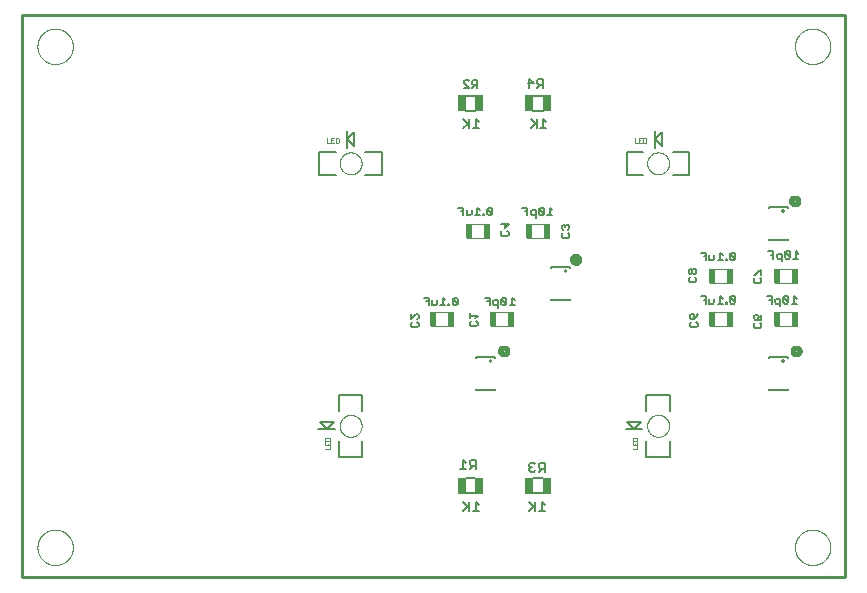
<source format=gbo>
G75*
%MOIN*%
%OFA0B0*%
%FSLAX25Y25*%
%IPPOS*%
%LPD*%
%AMOC8*
5,1,8,0,0,1.08239X$1,22.5*
%
%ADD10C,0.01000*%
%ADD11C,0.01600*%
%ADD12C,0.00000*%
%ADD13C,0.00400*%
%ADD14R,0.01969X0.05118*%
%ADD15C,0.00500*%
%ADD16C,0.00800*%
%ADD17C,0.00100*%
%ADD18C,0.00600*%
%ADD19R,0.02559X0.05512*%
D10*
X0028300Y0031800D02*
X0028300Y0219261D01*
X0302501Y0219261D01*
X0302501Y0031800D01*
X0028300Y0031800D01*
X0184109Y0103950D02*
X0184111Y0103973D01*
X0184117Y0103996D01*
X0184126Y0104017D01*
X0184139Y0104037D01*
X0184155Y0104054D01*
X0184173Y0104068D01*
X0184193Y0104079D01*
X0184215Y0104087D01*
X0184238Y0104091D01*
X0184262Y0104091D01*
X0184285Y0104087D01*
X0184307Y0104079D01*
X0184327Y0104068D01*
X0184345Y0104054D01*
X0184361Y0104037D01*
X0184374Y0104017D01*
X0184383Y0103996D01*
X0184389Y0103973D01*
X0184391Y0103950D01*
X0184389Y0103927D01*
X0184383Y0103904D01*
X0184374Y0103883D01*
X0184361Y0103863D01*
X0184345Y0103846D01*
X0184327Y0103832D01*
X0184307Y0103821D01*
X0184285Y0103813D01*
X0184262Y0103809D01*
X0184238Y0103809D01*
X0184215Y0103813D01*
X0184193Y0103821D01*
X0184173Y0103832D01*
X0184155Y0103846D01*
X0184139Y0103863D01*
X0184126Y0103883D01*
X0184117Y0103904D01*
X0184111Y0103927D01*
X0184109Y0103950D01*
X0209109Y0133950D02*
X0209111Y0133973D01*
X0209117Y0133996D01*
X0209126Y0134017D01*
X0209139Y0134037D01*
X0209155Y0134054D01*
X0209173Y0134068D01*
X0209193Y0134079D01*
X0209215Y0134087D01*
X0209238Y0134091D01*
X0209262Y0134091D01*
X0209285Y0134087D01*
X0209307Y0134079D01*
X0209327Y0134068D01*
X0209345Y0134054D01*
X0209361Y0134037D01*
X0209374Y0134017D01*
X0209383Y0133996D01*
X0209389Y0133973D01*
X0209391Y0133950D01*
X0209389Y0133927D01*
X0209383Y0133904D01*
X0209374Y0133883D01*
X0209361Y0133863D01*
X0209345Y0133846D01*
X0209327Y0133832D01*
X0209307Y0133821D01*
X0209285Y0133813D01*
X0209262Y0133809D01*
X0209238Y0133809D01*
X0209215Y0133813D01*
X0209193Y0133821D01*
X0209173Y0133832D01*
X0209155Y0133846D01*
X0209139Y0133863D01*
X0209126Y0133883D01*
X0209117Y0133904D01*
X0209111Y0133927D01*
X0209109Y0133950D01*
X0281609Y0153950D02*
X0281611Y0153973D01*
X0281617Y0153996D01*
X0281626Y0154017D01*
X0281639Y0154037D01*
X0281655Y0154054D01*
X0281673Y0154068D01*
X0281693Y0154079D01*
X0281715Y0154087D01*
X0281738Y0154091D01*
X0281762Y0154091D01*
X0281785Y0154087D01*
X0281807Y0154079D01*
X0281827Y0154068D01*
X0281845Y0154054D01*
X0281861Y0154037D01*
X0281874Y0154017D01*
X0281883Y0153996D01*
X0281889Y0153973D01*
X0281891Y0153950D01*
X0281889Y0153927D01*
X0281883Y0153904D01*
X0281874Y0153883D01*
X0281861Y0153863D01*
X0281845Y0153846D01*
X0281827Y0153832D01*
X0281807Y0153821D01*
X0281785Y0153813D01*
X0281762Y0153809D01*
X0281738Y0153809D01*
X0281715Y0153813D01*
X0281693Y0153821D01*
X0281673Y0153832D01*
X0281655Y0153846D01*
X0281639Y0153863D01*
X0281626Y0153883D01*
X0281617Y0153904D01*
X0281611Y0153927D01*
X0281609Y0153950D01*
X0281609Y0103950D02*
X0281611Y0103973D01*
X0281617Y0103996D01*
X0281626Y0104017D01*
X0281639Y0104037D01*
X0281655Y0104054D01*
X0281673Y0104068D01*
X0281693Y0104079D01*
X0281715Y0104087D01*
X0281738Y0104091D01*
X0281762Y0104091D01*
X0281785Y0104087D01*
X0281807Y0104079D01*
X0281827Y0104068D01*
X0281845Y0104054D01*
X0281861Y0104037D01*
X0281874Y0104017D01*
X0281883Y0103996D01*
X0281889Y0103973D01*
X0281891Y0103950D01*
X0281889Y0103927D01*
X0281883Y0103904D01*
X0281874Y0103883D01*
X0281861Y0103863D01*
X0281845Y0103846D01*
X0281827Y0103832D01*
X0281807Y0103821D01*
X0281785Y0103813D01*
X0281762Y0103809D01*
X0281738Y0103809D01*
X0281715Y0103813D01*
X0281693Y0103821D01*
X0281673Y0103832D01*
X0281655Y0103846D01*
X0281639Y0103863D01*
X0281626Y0103883D01*
X0281617Y0103904D01*
X0281611Y0103927D01*
X0281609Y0103950D01*
D11*
X0285182Y0107300D02*
X0285184Y0107366D01*
X0285190Y0107432D01*
X0285200Y0107498D01*
X0285213Y0107563D01*
X0285231Y0107627D01*
X0285252Y0107689D01*
X0285277Y0107751D01*
X0285305Y0107811D01*
X0285337Y0107869D01*
X0285373Y0107925D01*
X0285411Y0107978D01*
X0285453Y0108030D01*
X0285498Y0108079D01*
X0285545Y0108125D01*
X0285596Y0108168D01*
X0285648Y0108208D01*
X0285703Y0108245D01*
X0285760Y0108279D01*
X0285819Y0108309D01*
X0285880Y0108336D01*
X0285942Y0108359D01*
X0286005Y0108378D01*
X0286070Y0108394D01*
X0286135Y0108406D01*
X0286201Y0108414D01*
X0286267Y0108418D01*
X0286333Y0108418D01*
X0286399Y0108414D01*
X0286465Y0108406D01*
X0286530Y0108394D01*
X0286595Y0108378D01*
X0286658Y0108359D01*
X0286720Y0108336D01*
X0286781Y0108309D01*
X0286840Y0108279D01*
X0286897Y0108245D01*
X0286952Y0108208D01*
X0287004Y0108168D01*
X0287055Y0108125D01*
X0287102Y0108079D01*
X0287147Y0108030D01*
X0287189Y0107978D01*
X0287227Y0107925D01*
X0287263Y0107869D01*
X0287295Y0107811D01*
X0287323Y0107751D01*
X0287348Y0107689D01*
X0287369Y0107627D01*
X0287387Y0107563D01*
X0287400Y0107498D01*
X0287410Y0107432D01*
X0287416Y0107366D01*
X0287418Y0107300D01*
X0287416Y0107234D01*
X0287410Y0107168D01*
X0287400Y0107102D01*
X0287387Y0107037D01*
X0287369Y0106973D01*
X0287348Y0106911D01*
X0287323Y0106849D01*
X0287295Y0106789D01*
X0287263Y0106731D01*
X0287227Y0106675D01*
X0287189Y0106622D01*
X0287147Y0106570D01*
X0287102Y0106521D01*
X0287055Y0106475D01*
X0287004Y0106432D01*
X0286952Y0106392D01*
X0286897Y0106355D01*
X0286840Y0106321D01*
X0286781Y0106291D01*
X0286720Y0106264D01*
X0286658Y0106241D01*
X0286595Y0106222D01*
X0286530Y0106206D01*
X0286465Y0106194D01*
X0286399Y0106186D01*
X0286333Y0106182D01*
X0286267Y0106182D01*
X0286201Y0106186D01*
X0286135Y0106194D01*
X0286070Y0106206D01*
X0286005Y0106222D01*
X0285942Y0106241D01*
X0285880Y0106264D01*
X0285819Y0106291D01*
X0285760Y0106321D01*
X0285703Y0106355D01*
X0285648Y0106392D01*
X0285596Y0106432D01*
X0285545Y0106475D01*
X0285498Y0106521D01*
X0285453Y0106570D01*
X0285411Y0106622D01*
X0285373Y0106675D01*
X0285337Y0106731D01*
X0285305Y0106789D01*
X0285277Y0106849D01*
X0285252Y0106911D01*
X0285231Y0106973D01*
X0285213Y0107037D01*
X0285200Y0107102D01*
X0285190Y0107168D01*
X0285184Y0107234D01*
X0285182Y0107300D01*
X0284682Y0157300D02*
X0284684Y0157366D01*
X0284690Y0157432D01*
X0284700Y0157498D01*
X0284713Y0157563D01*
X0284731Y0157627D01*
X0284752Y0157689D01*
X0284777Y0157751D01*
X0284805Y0157811D01*
X0284837Y0157869D01*
X0284873Y0157925D01*
X0284911Y0157978D01*
X0284953Y0158030D01*
X0284998Y0158079D01*
X0285045Y0158125D01*
X0285096Y0158168D01*
X0285148Y0158208D01*
X0285203Y0158245D01*
X0285260Y0158279D01*
X0285319Y0158309D01*
X0285380Y0158336D01*
X0285442Y0158359D01*
X0285505Y0158378D01*
X0285570Y0158394D01*
X0285635Y0158406D01*
X0285701Y0158414D01*
X0285767Y0158418D01*
X0285833Y0158418D01*
X0285899Y0158414D01*
X0285965Y0158406D01*
X0286030Y0158394D01*
X0286095Y0158378D01*
X0286158Y0158359D01*
X0286220Y0158336D01*
X0286281Y0158309D01*
X0286340Y0158279D01*
X0286397Y0158245D01*
X0286452Y0158208D01*
X0286504Y0158168D01*
X0286555Y0158125D01*
X0286602Y0158079D01*
X0286647Y0158030D01*
X0286689Y0157978D01*
X0286727Y0157925D01*
X0286763Y0157869D01*
X0286795Y0157811D01*
X0286823Y0157751D01*
X0286848Y0157689D01*
X0286869Y0157627D01*
X0286887Y0157563D01*
X0286900Y0157498D01*
X0286910Y0157432D01*
X0286916Y0157366D01*
X0286918Y0157300D01*
X0286916Y0157234D01*
X0286910Y0157168D01*
X0286900Y0157102D01*
X0286887Y0157037D01*
X0286869Y0156973D01*
X0286848Y0156911D01*
X0286823Y0156849D01*
X0286795Y0156789D01*
X0286763Y0156731D01*
X0286727Y0156675D01*
X0286689Y0156622D01*
X0286647Y0156570D01*
X0286602Y0156521D01*
X0286555Y0156475D01*
X0286504Y0156432D01*
X0286452Y0156392D01*
X0286397Y0156355D01*
X0286340Y0156321D01*
X0286281Y0156291D01*
X0286220Y0156264D01*
X0286158Y0156241D01*
X0286095Y0156222D01*
X0286030Y0156206D01*
X0285965Y0156194D01*
X0285899Y0156186D01*
X0285833Y0156182D01*
X0285767Y0156182D01*
X0285701Y0156186D01*
X0285635Y0156194D01*
X0285570Y0156206D01*
X0285505Y0156222D01*
X0285442Y0156241D01*
X0285380Y0156264D01*
X0285319Y0156291D01*
X0285260Y0156321D01*
X0285203Y0156355D01*
X0285148Y0156392D01*
X0285096Y0156432D01*
X0285045Y0156475D01*
X0284998Y0156521D01*
X0284953Y0156570D01*
X0284911Y0156622D01*
X0284873Y0156675D01*
X0284837Y0156731D01*
X0284805Y0156789D01*
X0284777Y0156849D01*
X0284752Y0156911D01*
X0284731Y0156973D01*
X0284713Y0157037D01*
X0284700Y0157102D01*
X0284690Y0157168D01*
X0284684Y0157234D01*
X0284682Y0157300D01*
X0211682Y0137800D02*
X0211684Y0137866D01*
X0211690Y0137932D01*
X0211700Y0137998D01*
X0211713Y0138063D01*
X0211731Y0138127D01*
X0211752Y0138189D01*
X0211777Y0138251D01*
X0211805Y0138311D01*
X0211837Y0138369D01*
X0211873Y0138425D01*
X0211911Y0138478D01*
X0211953Y0138530D01*
X0211998Y0138579D01*
X0212045Y0138625D01*
X0212096Y0138668D01*
X0212148Y0138708D01*
X0212203Y0138745D01*
X0212260Y0138779D01*
X0212319Y0138809D01*
X0212380Y0138836D01*
X0212442Y0138859D01*
X0212505Y0138878D01*
X0212570Y0138894D01*
X0212635Y0138906D01*
X0212701Y0138914D01*
X0212767Y0138918D01*
X0212833Y0138918D01*
X0212899Y0138914D01*
X0212965Y0138906D01*
X0213030Y0138894D01*
X0213095Y0138878D01*
X0213158Y0138859D01*
X0213220Y0138836D01*
X0213281Y0138809D01*
X0213340Y0138779D01*
X0213397Y0138745D01*
X0213452Y0138708D01*
X0213504Y0138668D01*
X0213555Y0138625D01*
X0213602Y0138579D01*
X0213647Y0138530D01*
X0213689Y0138478D01*
X0213727Y0138425D01*
X0213763Y0138369D01*
X0213795Y0138311D01*
X0213823Y0138251D01*
X0213848Y0138189D01*
X0213869Y0138127D01*
X0213887Y0138063D01*
X0213900Y0137998D01*
X0213910Y0137932D01*
X0213916Y0137866D01*
X0213918Y0137800D01*
X0213916Y0137734D01*
X0213910Y0137668D01*
X0213900Y0137602D01*
X0213887Y0137537D01*
X0213869Y0137473D01*
X0213848Y0137411D01*
X0213823Y0137349D01*
X0213795Y0137289D01*
X0213763Y0137231D01*
X0213727Y0137175D01*
X0213689Y0137122D01*
X0213647Y0137070D01*
X0213602Y0137021D01*
X0213555Y0136975D01*
X0213504Y0136932D01*
X0213452Y0136892D01*
X0213397Y0136855D01*
X0213340Y0136821D01*
X0213281Y0136791D01*
X0213220Y0136764D01*
X0213158Y0136741D01*
X0213095Y0136722D01*
X0213030Y0136706D01*
X0212965Y0136694D01*
X0212899Y0136686D01*
X0212833Y0136682D01*
X0212767Y0136682D01*
X0212701Y0136686D01*
X0212635Y0136694D01*
X0212570Y0136706D01*
X0212505Y0136722D01*
X0212442Y0136741D01*
X0212380Y0136764D01*
X0212319Y0136791D01*
X0212260Y0136821D01*
X0212203Y0136855D01*
X0212148Y0136892D01*
X0212096Y0136932D01*
X0212045Y0136975D01*
X0211998Y0137021D01*
X0211953Y0137070D01*
X0211911Y0137122D01*
X0211873Y0137175D01*
X0211837Y0137231D01*
X0211805Y0137289D01*
X0211777Y0137349D01*
X0211752Y0137411D01*
X0211731Y0137473D01*
X0211713Y0137537D01*
X0211700Y0137602D01*
X0211690Y0137668D01*
X0211684Y0137734D01*
X0211682Y0137800D01*
X0187682Y0107300D02*
X0187684Y0107366D01*
X0187690Y0107432D01*
X0187700Y0107498D01*
X0187713Y0107563D01*
X0187731Y0107627D01*
X0187752Y0107689D01*
X0187777Y0107751D01*
X0187805Y0107811D01*
X0187837Y0107869D01*
X0187873Y0107925D01*
X0187911Y0107978D01*
X0187953Y0108030D01*
X0187998Y0108079D01*
X0188045Y0108125D01*
X0188096Y0108168D01*
X0188148Y0108208D01*
X0188203Y0108245D01*
X0188260Y0108279D01*
X0188319Y0108309D01*
X0188380Y0108336D01*
X0188442Y0108359D01*
X0188505Y0108378D01*
X0188570Y0108394D01*
X0188635Y0108406D01*
X0188701Y0108414D01*
X0188767Y0108418D01*
X0188833Y0108418D01*
X0188899Y0108414D01*
X0188965Y0108406D01*
X0189030Y0108394D01*
X0189095Y0108378D01*
X0189158Y0108359D01*
X0189220Y0108336D01*
X0189281Y0108309D01*
X0189340Y0108279D01*
X0189397Y0108245D01*
X0189452Y0108208D01*
X0189504Y0108168D01*
X0189555Y0108125D01*
X0189602Y0108079D01*
X0189647Y0108030D01*
X0189689Y0107978D01*
X0189727Y0107925D01*
X0189763Y0107869D01*
X0189795Y0107811D01*
X0189823Y0107751D01*
X0189848Y0107689D01*
X0189869Y0107627D01*
X0189887Y0107563D01*
X0189900Y0107498D01*
X0189910Y0107432D01*
X0189916Y0107366D01*
X0189918Y0107300D01*
X0189916Y0107234D01*
X0189910Y0107168D01*
X0189900Y0107102D01*
X0189887Y0107037D01*
X0189869Y0106973D01*
X0189848Y0106911D01*
X0189823Y0106849D01*
X0189795Y0106789D01*
X0189763Y0106731D01*
X0189727Y0106675D01*
X0189689Y0106622D01*
X0189647Y0106570D01*
X0189602Y0106521D01*
X0189555Y0106475D01*
X0189504Y0106432D01*
X0189452Y0106392D01*
X0189397Y0106355D01*
X0189340Y0106321D01*
X0189281Y0106291D01*
X0189220Y0106264D01*
X0189158Y0106241D01*
X0189095Y0106222D01*
X0189030Y0106206D01*
X0188965Y0106194D01*
X0188899Y0106186D01*
X0188833Y0106182D01*
X0188767Y0106182D01*
X0188701Y0106186D01*
X0188635Y0106194D01*
X0188570Y0106206D01*
X0188505Y0106222D01*
X0188442Y0106241D01*
X0188380Y0106264D01*
X0188319Y0106291D01*
X0188260Y0106321D01*
X0188203Y0106355D01*
X0188148Y0106392D01*
X0188096Y0106432D01*
X0188045Y0106475D01*
X0187998Y0106521D01*
X0187953Y0106570D01*
X0187911Y0106622D01*
X0187873Y0106675D01*
X0187837Y0106731D01*
X0187805Y0106789D01*
X0187777Y0106849D01*
X0187752Y0106911D01*
X0187731Y0106973D01*
X0187713Y0107037D01*
X0187700Y0107102D01*
X0187690Y0107168D01*
X0187684Y0107234D01*
X0187682Y0107300D01*
D12*
X0134150Y0082300D02*
X0134152Y0082421D01*
X0134158Y0082541D01*
X0134168Y0082662D01*
X0134182Y0082781D01*
X0134200Y0082901D01*
X0134222Y0083019D01*
X0134247Y0083137D01*
X0134277Y0083254D01*
X0134310Y0083370D01*
X0134348Y0083485D01*
X0134389Y0083599D01*
X0134434Y0083711D01*
X0134482Y0083821D01*
X0134534Y0083930D01*
X0134590Y0084037D01*
X0134649Y0084142D01*
X0134712Y0084246D01*
X0134778Y0084347D01*
X0134847Y0084445D01*
X0134920Y0084542D01*
X0134995Y0084636D01*
X0135074Y0084727D01*
X0135156Y0084816D01*
X0135240Y0084902D01*
X0135328Y0084985D01*
X0135418Y0085066D01*
X0135511Y0085143D01*
X0135606Y0085217D01*
X0135704Y0085288D01*
X0135804Y0085356D01*
X0135906Y0085420D01*
X0136010Y0085481D01*
X0136116Y0085538D01*
X0136224Y0085592D01*
X0136334Y0085643D01*
X0136445Y0085689D01*
X0136558Y0085732D01*
X0136672Y0085771D01*
X0136787Y0085807D01*
X0136904Y0085838D01*
X0137021Y0085866D01*
X0137140Y0085890D01*
X0137259Y0085910D01*
X0137378Y0085926D01*
X0137499Y0085938D01*
X0137619Y0085946D01*
X0137740Y0085950D01*
X0137860Y0085950D01*
X0137981Y0085946D01*
X0138101Y0085938D01*
X0138222Y0085926D01*
X0138341Y0085910D01*
X0138460Y0085890D01*
X0138579Y0085866D01*
X0138696Y0085838D01*
X0138813Y0085807D01*
X0138928Y0085771D01*
X0139042Y0085732D01*
X0139155Y0085689D01*
X0139266Y0085643D01*
X0139376Y0085592D01*
X0139484Y0085538D01*
X0139590Y0085481D01*
X0139694Y0085420D01*
X0139796Y0085356D01*
X0139896Y0085288D01*
X0139994Y0085217D01*
X0140089Y0085143D01*
X0140182Y0085066D01*
X0140272Y0084985D01*
X0140360Y0084902D01*
X0140444Y0084816D01*
X0140526Y0084727D01*
X0140605Y0084636D01*
X0140680Y0084542D01*
X0140753Y0084445D01*
X0140822Y0084347D01*
X0140888Y0084246D01*
X0140951Y0084142D01*
X0141010Y0084037D01*
X0141066Y0083930D01*
X0141118Y0083821D01*
X0141166Y0083711D01*
X0141211Y0083599D01*
X0141252Y0083485D01*
X0141290Y0083370D01*
X0141323Y0083254D01*
X0141353Y0083137D01*
X0141378Y0083019D01*
X0141400Y0082901D01*
X0141418Y0082781D01*
X0141432Y0082662D01*
X0141442Y0082541D01*
X0141448Y0082421D01*
X0141450Y0082300D01*
X0141448Y0082179D01*
X0141442Y0082059D01*
X0141432Y0081938D01*
X0141418Y0081819D01*
X0141400Y0081699D01*
X0141378Y0081581D01*
X0141353Y0081463D01*
X0141323Y0081346D01*
X0141290Y0081230D01*
X0141252Y0081115D01*
X0141211Y0081001D01*
X0141166Y0080889D01*
X0141118Y0080779D01*
X0141066Y0080670D01*
X0141010Y0080563D01*
X0140951Y0080458D01*
X0140888Y0080354D01*
X0140822Y0080253D01*
X0140753Y0080155D01*
X0140680Y0080058D01*
X0140605Y0079964D01*
X0140526Y0079873D01*
X0140444Y0079784D01*
X0140360Y0079698D01*
X0140272Y0079615D01*
X0140182Y0079534D01*
X0140089Y0079457D01*
X0139994Y0079383D01*
X0139896Y0079312D01*
X0139796Y0079244D01*
X0139694Y0079180D01*
X0139590Y0079119D01*
X0139484Y0079062D01*
X0139376Y0079008D01*
X0139266Y0078957D01*
X0139155Y0078911D01*
X0139042Y0078868D01*
X0138928Y0078829D01*
X0138813Y0078793D01*
X0138696Y0078762D01*
X0138579Y0078734D01*
X0138460Y0078710D01*
X0138341Y0078690D01*
X0138222Y0078674D01*
X0138101Y0078662D01*
X0137981Y0078654D01*
X0137860Y0078650D01*
X0137740Y0078650D01*
X0137619Y0078654D01*
X0137499Y0078662D01*
X0137378Y0078674D01*
X0137259Y0078690D01*
X0137140Y0078710D01*
X0137021Y0078734D01*
X0136904Y0078762D01*
X0136787Y0078793D01*
X0136672Y0078829D01*
X0136558Y0078868D01*
X0136445Y0078911D01*
X0136334Y0078957D01*
X0136224Y0079008D01*
X0136116Y0079062D01*
X0136010Y0079119D01*
X0135906Y0079180D01*
X0135804Y0079244D01*
X0135704Y0079312D01*
X0135606Y0079383D01*
X0135511Y0079457D01*
X0135418Y0079534D01*
X0135328Y0079615D01*
X0135240Y0079698D01*
X0135156Y0079784D01*
X0135074Y0079873D01*
X0134995Y0079964D01*
X0134920Y0080058D01*
X0134847Y0080155D01*
X0134778Y0080253D01*
X0134712Y0080354D01*
X0134649Y0080458D01*
X0134590Y0080563D01*
X0134534Y0080670D01*
X0134482Y0080779D01*
X0134434Y0080889D01*
X0134389Y0081001D01*
X0134348Y0081115D01*
X0134310Y0081230D01*
X0134277Y0081346D01*
X0134247Y0081463D01*
X0134222Y0081581D01*
X0134200Y0081699D01*
X0134182Y0081819D01*
X0134168Y0081938D01*
X0134158Y0082059D01*
X0134152Y0082179D01*
X0134150Y0082300D01*
X0033394Y0041800D02*
X0033396Y0041953D01*
X0033402Y0042107D01*
X0033412Y0042260D01*
X0033426Y0042412D01*
X0033444Y0042565D01*
X0033466Y0042716D01*
X0033491Y0042867D01*
X0033521Y0043018D01*
X0033555Y0043168D01*
X0033592Y0043316D01*
X0033633Y0043464D01*
X0033678Y0043610D01*
X0033727Y0043756D01*
X0033780Y0043900D01*
X0033836Y0044042D01*
X0033896Y0044183D01*
X0033960Y0044323D01*
X0034027Y0044461D01*
X0034098Y0044597D01*
X0034173Y0044731D01*
X0034250Y0044863D01*
X0034332Y0044993D01*
X0034416Y0045121D01*
X0034504Y0045247D01*
X0034595Y0045370D01*
X0034689Y0045491D01*
X0034787Y0045609D01*
X0034887Y0045725D01*
X0034991Y0045838D01*
X0035097Y0045949D01*
X0035206Y0046057D01*
X0035318Y0046162D01*
X0035432Y0046263D01*
X0035550Y0046362D01*
X0035669Y0046458D01*
X0035791Y0046551D01*
X0035916Y0046640D01*
X0036043Y0046727D01*
X0036172Y0046809D01*
X0036303Y0046889D01*
X0036436Y0046965D01*
X0036571Y0047038D01*
X0036708Y0047107D01*
X0036847Y0047172D01*
X0036987Y0047234D01*
X0037129Y0047292D01*
X0037272Y0047347D01*
X0037417Y0047398D01*
X0037563Y0047445D01*
X0037710Y0047488D01*
X0037858Y0047527D01*
X0038007Y0047563D01*
X0038157Y0047594D01*
X0038308Y0047622D01*
X0038459Y0047646D01*
X0038612Y0047666D01*
X0038764Y0047682D01*
X0038917Y0047694D01*
X0039070Y0047702D01*
X0039223Y0047706D01*
X0039377Y0047706D01*
X0039530Y0047702D01*
X0039683Y0047694D01*
X0039836Y0047682D01*
X0039988Y0047666D01*
X0040141Y0047646D01*
X0040292Y0047622D01*
X0040443Y0047594D01*
X0040593Y0047563D01*
X0040742Y0047527D01*
X0040890Y0047488D01*
X0041037Y0047445D01*
X0041183Y0047398D01*
X0041328Y0047347D01*
X0041471Y0047292D01*
X0041613Y0047234D01*
X0041753Y0047172D01*
X0041892Y0047107D01*
X0042029Y0047038D01*
X0042164Y0046965D01*
X0042297Y0046889D01*
X0042428Y0046809D01*
X0042557Y0046727D01*
X0042684Y0046640D01*
X0042809Y0046551D01*
X0042931Y0046458D01*
X0043050Y0046362D01*
X0043168Y0046263D01*
X0043282Y0046162D01*
X0043394Y0046057D01*
X0043503Y0045949D01*
X0043609Y0045838D01*
X0043713Y0045725D01*
X0043813Y0045609D01*
X0043911Y0045491D01*
X0044005Y0045370D01*
X0044096Y0045247D01*
X0044184Y0045121D01*
X0044268Y0044993D01*
X0044350Y0044863D01*
X0044427Y0044731D01*
X0044502Y0044597D01*
X0044573Y0044461D01*
X0044640Y0044323D01*
X0044704Y0044183D01*
X0044764Y0044042D01*
X0044820Y0043900D01*
X0044873Y0043756D01*
X0044922Y0043610D01*
X0044967Y0043464D01*
X0045008Y0043316D01*
X0045045Y0043168D01*
X0045079Y0043018D01*
X0045109Y0042867D01*
X0045134Y0042716D01*
X0045156Y0042565D01*
X0045174Y0042412D01*
X0045188Y0042260D01*
X0045198Y0042107D01*
X0045204Y0041953D01*
X0045206Y0041800D01*
X0045204Y0041647D01*
X0045198Y0041493D01*
X0045188Y0041340D01*
X0045174Y0041188D01*
X0045156Y0041035D01*
X0045134Y0040884D01*
X0045109Y0040733D01*
X0045079Y0040582D01*
X0045045Y0040432D01*
X0045008Y0040284D01*
X0044967Y0040136D01*
X0044922Y0039990D01*
X0044873Y0039844D01*
X0044820Y0039700D01*
X0044764Y0039558D01*
X0044704Y0039417D01*
X0044640Y0039277D01*
X0044573Y0039139D01*
X0044502Y0039003D01*
X0044427Y0038869D01*
X0044350Y0038737D01*
X0044268Y0038607D01*
X0044184Y0038479D01*
X0044096Y0038353D01*
X0044005Y0038230D01*
X0043911Y0038109D01*
X0043813Y0037991D01*
X0043713Y0037875D01*
X0043609Y0037762D01*
X0043503Y0037651D01*
X0043394Y0037543D01*
X0043282Y0037438D01*
X0043168Y0037337D01*
X0043050Y0037238D01*
X0042931Y0037142D01*
X0042809Y0037049D01*
X0042684Y0036960D01*
X0042557Y0036873D01*
X0042428Y0036791D01*
X0042297Y0036711D01*
X0042164Y0036635D01*
X0042029Y0036562D01*
X0041892Y0036493D01*
X0041753Y0036428D01*
X0041613Y0036366D01*
X0041471Y0036308D01*
X0041328Y0036253D01*
X0041183Y0036202D01*
X0041037Y0036155D01*
X0040890Y0036112D01*
X0040742Y0036073D01*
X0040593Y0036037D01*
X0040443Y0036006D01*
X0040292Y0035978D01*
X0040141Y0035954D01*
X0039988Y0035934D01*
X0039836Y0035918D01*
X0039683Y0035906D01*
X0039530Y0035898D01*
X0039377Y0035894D01*
X0039223Y0035894D01*
X0039070Y0035898D01*
X0038917Y0035906D01*
X0038764Y0035918D01*
X0038612Y0035934D01*
X0038459Y0035954D01*
X0038308Y0035978D01*
X0038157Y0036006D01*
X0038007Y0036037D01*
X0037858Y0036073D01*
X0037710Y0036112D01*
X0037563Y0036155D01*
X0037417Y0036202D01*
X0037272Y0036253D01*
X0037129Y0036308D01*
X0036987Y0036366D01*
X0036847Y0036428D01*
X0036708Y0036493D01*
X0036571Y0036562D01*
X0036436Y0036635D01*
X0036303Y0036711D01*
X0036172Y0036791D01*
X0036043Y0036873D01*
X0035916Y0036960D01*
X0035791Y0037049D01*
X0035669Y0037142D01*
X0035550Y0037238D01*
X0035432Y0037337D01*
X0035318Y0037438D01*
X0035206Y0037543D01*
X0035097Y0037651D01*
X0034991Y0037762D01*
X0034887Y0037875D01*
X0034787Y0037991D01*
X0034689Y0038109D01*
X0034595Y0038230D01*
X0034504Y0038353D01*
X0034416Y0038479D01*
X0034332Y0038607D01*
X0034250Y0038737D01*
X0034173Y0038869D01*
X0034098Y0039003D01*
X0034027Y0039139D01*
X0033960Y0039277D01*
X0033896Y0039417D01*
X0033836Y0039558D01*
X0033780Y0039700D01*
X0033727Y0039844D01*
X0033678Y0039990D01*
X0033633Y0040136D01*
X0033592Y0040284D01*
X0033555Y0040432D01*
X0033521Y0040582D01*
X0033491Y0040733D01*
X0033466Y0040884D01*
X0033444Y0041035D01*
X0033426Y0041188D01*
X0033412Y0041340D01*
X0033402Y0041493D01*
X0033396Y0041647D01*
X0033394Y0041800D01*
X0134150Y0169800D02*
X0134152Y0169921D01*
X0134158Y0170041D01*
X0134168Y0170162D01*
X0134182Y0170281D01*
X0134200Y0170401D01*
X0134222Y0170519D01*
X0134247Y0170637D01*
X0134277Y0170754D01*
X0134310Y0170870D01*
X0134348Y0170985D01*
X0134389Y0171099D01*
X0134434Y0171211D01*
X0134482Y0171321D01*
X0134534Y0171430D01*
X0134590Y0171537D01*
X0134649Y0171642D01*
X0134712Y0171746D01*
X0134778Y0171847D01*
X0134847Y0171945D01*
X0134920Y0172042D01*
X0134995Y0172136D01*
X0135074Y0172227D01*
X0135156Y0172316D01*
X0135240Y0172402D01*
X0135328Y0172485D01*
X0135418Y0172566D01*
X0135511Y0172643D01*
X0135606Y0172717D01*
X0135704Y0172788D01*
X0135804Y0172856D01*
X0135906Y0172920D01*
X0136010Y0172981D01*
X0136116Y0173038D01*
X0136224Y0173092D01*
X0136334Y0173143D01*
X0136445Y0173189D01*
X0136558Y0173232D01*
X0136672Y0173271D01*
X0136787Y0173307D01*
X0136904Y0173338D01*
X0137021Y0173366D01*
X0137140Y0173390D01*
X0137259Y0173410D01*
X0137378Y0173426D01*
X0137499Y0173438D01*
X0137619Y0173446D01*
X0137740Y0173450D01*
X0137860Y0173450D01*
X0137981Y0173446D01*
X0138101Y0173438D01*
X0138222Y0173426D01*
X0138341Y0173410D01*
X0138460Y0173390D01*
X0138579Y0173366D01*
X0138696Y0173338D01*
X0138813Y0173307D01*
X0138928Y0173271D01*
X0139042Y0173232D01*
X0139155Y0173189D01*
X0139266Y0173143D01*
X0139376Y0173092D01*
X0139484Y0173038D01*
X0139590Y0172981D01*
X0139694Y0172920D01*
X0139796Y0172856D01*
X0139896Y0172788D01*
X0139994Y0172717D01*
X0140089Y0172643D01*
X0140182Y0172566D01*
X0140272Y0172485D01*
X0140360Y0172402D01*
X0140444Y0172316D01*
X0140526Y0172227D01*
X0140605Y0172136D01*
X0140680Y0172042D01*
X0140753Y0171945D01*
X0140822Y0171847D01*
X0140888Y0171746D01*
X0140951Y0171642D01*
X0141010Y0171537D01*
X0141066Y0171430D01*
X0141118Y0171321D01*
X0141166Y0171211D01*
X0141211Y0171099D01*
X0141252Y0170985D01*
X0141290Y0170870D01*
X0141323Y0170754D01*
X0141353Y0170637D01*
X0141378Y0170519D01*
X0141400Y0170401D01*
X0141418Y0170281D01*
X0141432Y0170162D01*
X0141442Y0170041D01*
X0141448Y0169921D01*
X0141450Y0169800D01*
X0141448Y0169679D01*
X0141442Y0169559D01*
X0141432Y0169438D01*
X0141418Y0169319D01*
X0141400Y0169199D01*
X0141378Y0169081D01*
X0141353Y0168963D01*
X0141323Y0168846D01*
X0141290Y0168730D01*
X0141252Y0168615D01*
X0141211Y0168501D01*
X0141166Y0168389D01*
X0141118Y0168279D01*
X0141066Y0168170D01*
X0141010Y0168063D01*
X0140951Y0167958D01*
X0140888Y0167854D01*
X0140822Y0167753D01*
X0140753Y0167655D01*
X0140680Y0167558D01*
X0140605Y0167464D01*
X0140526Y0167373D01*
X0140444Y0167284D01*
X0140360Y0167198D01*
X0140272Y0167115D01*
X0140182Y0167034D01*
X0140089Y0166957D01*
X0139994Y0166883D01*
X0139896Y0166812D01*
X0139796Y0166744D01*
X0139694Y0166680D01*
X0139590Y0166619D01*
X0139484Y0166562D01*
X0139376Y0166508D01*
X0139266Y0166457D01*
X0139155Y0166411D01*
X0139042Y0166368D01*
X0138928Y0166329D01*
X0138813Y0166293D01*
X0138696Y0166262D01*
X0138579Y0166234D01*
X0138460Y0166210D01*
X0138341Y0166190D01*
X0138222Y0166174D01*
X0138101Y0166162D01*
X0137981Y0166154D01*
X0137860Y0166150D01*
X0137740Y0166150D01*
X0137619Y0166154D01*
X0137499Y0166162D01*
X0137378Y0166174D01*
X0137259Y0166190D01*
X0137140Y0166210D01*
X0137021Y0166234D01*
X0136904Y0166262D01*
X0136787Y0166293D01*
X0136672Y0166329D01*
X0136558Y0166368D01*
X0136445Y0166411D01*
X0136334Y0166457D01*
X0136224Y0166508D01*
X0136116Y0166562D01*
X0136010Y0166619D01*
X0135906Y0166680D01*
X0135804Y0166744D01*
X0135704Y0166812D01*
X0135606Y0166883D01*
X0135511Y0166957D01*
X0135418Y0167034D01*
X0135328Y0167115D01*
X0135240Y0167198D01*
X0135156Y0167284D01*
X0135074Y0167373D01*
X0134995Y0167464D01*
X0134920Y0167558D01*
X0134847Y0167655D01*
X0134778Y0167753D01*
X0134712Y0167854D01*
X0134649Y0167958D01*
X0134590Y0168063D01*
X0134534Y0168170D01*
X0134482Y0168279D01*
X0134434Y0168389D01*
X0134389Y0168501D01*
X0134348Y0168615D01*
X0134310Y0168730D01*
X0134277Y0168846D01*
X0134247Y0168963D01*
X0134222Y0169081D01*
X0134200Y0169199D01*
X0134182Y0169319D01*
X0134168Y0169438D01*
X0134158Y0169559D01*
X0134152Y0169679D01*
X0134150Y0169800D01*
X0033394Y0208800D02*
X0033396Y0208953D01*
X0033402Y0209107D01*
X0033412Y0209260D01*
X0033426Y0209412D01*
X0033444Y0209565D01*
X0033466Y0209716D01*
X0033491Y0209867D01*
X0033521Y0210018D01*
X0033555Y0210168D01*
X0033592Y0210316D01*
X0033633Y0210464D01*
X0033678Y0210610D01*
X0033727Y0210756D01*
X0033780Y0210900D01*
X0033836Y0211042D01*
X0033896Y0211183D01*
X0033960Y0211323D01*
X0034027Y0211461D01*
X0034098Y0211597D01*
X0034173Y0211731D01*
X0034250Y0211863D01*
X0034332Y0211993D01*
X0034416Y0212121D01*
X0034504Y0212247D01*
X0034595Y0212370D01*
X0034689Y0212491D01*
X0034787Y0212609D01*
X0034887Y0212725D01*
X0034991Y0212838D01*
X0035097Y0212949D01*
X0035206Y0213057D01*
X0035318Y0213162D01*
X0035432Y0213263D01*
X0035550Y0213362D01*
X0035669Y0213458D01*
X0035791Y0213551D01*
X0035916Y0213640D01*
X0036043Y0213727D01*
X0036172Y0213809D01*
X0036303Y0213889D01*
X0036436Y0213965D01*
X0036571Y0214038D01*
X0036708Y0214107D01*
X0036847Y0214172D01*
X0036987Y0214234D01*
X0037129Y0214292D01*
X0037272Y0214347D01*
X0037417Y0214398D01*
X0037563Y0214445D01*
X0037710Y0214488D01*
X0037858Y0214527D01*
X0038007Y0214563D01*
X0038157Y0214594D01*
X0038308Y0214622D01*
X0038459Y0214646D01*
X0038612Y0214666D01*
X0038764Y0214682D01*
X0038917Y0214694D01*
X0039070Y0214702D01*
X0039223Y0214706D01*
X0039377Y0214706D01*
X0039530Y0214702D01*
X0039683Y0214694D01*
X0039836Y0214682D01*
X0039988Y0214666D01*
X0040141Y0214646D01*
X0040292Y0214622D01*
X0040443Y0214594D01*
X0040593Y0214563D01*
X0040742Y0214527D01*
X0040890Y0214488D01*
X0041037Y0214445D01*
X0041183Y0214398D01*
X0041328Y0214347D01*
X0041471Y0214292D01*
X0041613Y0214234D01*
X0041753Y0214172D01*
X0041892Y0214107D01*
X0042029Y0214038D01*
X0042164Y0213965D01*
X0042297Y0213889D01*
X0042428Y0213809D01*
X0042557Y0213727D01*
X0042684Y0213640D01*
X0042809Y0213551D01*
X0042931Y0213458D01*
X0043050Y0213362D01*
X0043168Y0213263D01*
X0043282Y0213162D01*
X0043394Y0213057D01*
X0043503Y0212949D01*
X0043609Y0212838D01*
X0043713Y0212725D01*
X0043813Y0212609D01*
X0043911Y0212491D01*
X0044005Y0212370D01*
X0044096Y0212247D01*
X0044184Y0212121D01*
X0044268Y0211993D01*
X0044350Y0211863D01*
X0044427Y0211731D01*
X0044502Y0211597D01*
X0044573Y0211461D01*
X0044640Y0211323D01*
X0044704Y0211183D01*
X0044764Y0211042D01*
X0044820Y0210900D01*
X0044873Y0210756D01*
X0044922Y0210610D01*
X0044967Y0210464D01*
X0045008Y0210316D01*
X0045045Y0210168D01*
X0045079Y0210018D01*
X0045109Y0209867D01*
X0045134Y0209716D01*
X0045156Y0209565D01*
X0045174Y0209412D01*
X0045188Y0209260D01*
X0045198Y0209107D01*
X0045204Y0208953D01*
X0045206Y0208800D01*
X0045204Y0208647D01*
X0045198Y0208493D01*
X0045188Y0208340D01*
X0045174Y0208188D01*
X0045156Y0208035D01*
X0045134Y0207884D01*
X0045109Y0207733D01*
X0045079Y0207582D01*
X0045045Y0207432D01*
X0045008Y0207284D01*
X0044967Y0207136D01*
X0044922Y0206990D01*
X0044873Y0206844D01*
X0044820Y0206700D01*
X0044764Y0206558D01*
X0044704Y0206417D01*
X0044640Y0206277D01*
X0044573Y0206139D01*
X0044502Y0206003D01*
X0044427Y0205869D01*
X0044350Y0205737D01*
X0044268Y0205607D01*
X0044184Y0205479D01*
X0044096Y0205353D01*
X0044005Y0205230D01*
X0043911Y0205109D01*
X0043813Y0204991D01*
X0043713Y0204875D01*
X0043609Y0204762D01*
X0043503Y0204651D01*
X0043394Y0204543D01*
X0043282Y0204438D01*
X0043168Y0204337D01*
X0043050Y0204238D01*
X0042931Y0204142D01*
X0042809Y0204049D01*
X0042684Y0203960D01*
X0042557Y0203873D01*
X0042428Y0203791D01*
X0042297Y0203711D01*
X0042164Y0203635D01*
X0042029Y0203562D01*
X0041892Y0203493D01*
X0041753Y0203428D01*
X0041613Y0203366D01*
X0041471Y0203308D01*
X0041328Y0203253D01*
X0041183Y0203202D01*
X0041037Y0203155D01*
X0040890Y0203112D01*
X0040742Y0203073D01*
X0040593Y0203037D01*
X0040443Y0203006D01*
X0040292Y0202978D01*
X0040141Y0202954D01*
X0039988Y0202934D01*
X0039836Y0202918D01*
X0039683Y0202906D01*
X0039530Y0202898D01*
X0039377Y0202894D01*
X0039223Y0202894D01*
X0039070Y0202898D01*
X0038917Y0202906D01*
X0038764Y0202918D01*
X0038612Y0202934D01*
X0038459Y0202954D01*
X0038308Y0202978D01*
X0038157Y0203006D01*
X0038007Y0203037D01*
X0037858Y0203073D01*
X0037710Y0203112D01*
X0037563Y0203155D01*
X0037417Y0203202D01*
X0037272Y0203253D01*
X0037129Y0203308D01*
X0036987Y0203366D01*
X0036847Y0203428D01*
X0036708Y0203493D01*
X0036571Y0203562D01*
X0036436Y0203635D01*
X0036303Y0203711D01*
X0036172Y0203791D01*
X0036043Y0203873D01*
X0035916Y0203960D01*
X0035791Y0204049D01*
X0035669Y0204142D01*
X0035550Y0204238D01*
X0035432Y0204337D01*
X0035318Y0204438D01*
X0035206Y0204543D01*
X0035097Y0204651D01*
X0034991Y0204762D01*
X0034887Y0204875D01*
X0034787Y0204991D01*
X0034689Y0205109D01*
X0034595Y0205230D01*
X0034504Y0205353D01*
X0034416Y0205479D01*
X0034332Y0205607D01*
X0034250Y0205737D01*
X0034173Y0205869D01*
X0034098Y0206003D01*
X0034027Y0206139D01*
X0033960Y0206277D01*
X0033896Y0206417D01*
X0033836Y0206558D01*
X0033780Y0206700D01*
X0033727Y0206844D01*
X0033678Y0206990D01*
X0033633Y0207136D01*
X0033592Y0207284D01*
X0033555Y0207432D01*
X0033521Y0207582D01*
X0033491Y0207733D01*
X0033466Y0207884D01*
X0033444Y0208035D01*
X0033426Y0208188D01*
X0033412Y0208340D01*
X0033402Y0208493D01*
X0033396Y0208647D01*
X0033394Y0208800D01*
X0236650Y0169800D02*
X0236652Y0169921D01*
X0236658Y0170041D01*
X0236668Y0170162D01*
X0236682Y0170281D01*
X0236700Y0170401D01*
X0236722Y0170519D01*
X0236747Y0170637D01*
X0236777Y0170754D01*
X0236810Y0170870D01*
X0236848Y0170985D01*
X0236889Y0171099D01*
X0236934Y0171211D01*
X0236982Y0171321D01*
X0237034Y0171430D01*
X0237090Y0171537D01*
X0237149Y0171642D01*
X0237212Y0171746D01*
X0237278Y0171847D01*
X0237347Y0171945D01*
X0237420Y0172042D01*
X0237495Y0172136D01*
X0237574Y0172227D01*
X0237656Y0172316D01*
X0237740Y0172402D01*
X0237828Y0172485D01*
X0237918Y0172566D01*
X0238011Y0172643D01*
X0238106Y0172717D01*
X0238204Y0172788D01*
X0238304Y0172856D01*
X0238406Y0172920D01*
X0238510Y0172981D01*
X0238616Y0173038D01*
X0238724Y0173092D01*
X0238834Y0173143D01*
X0238945Y0173189D01*
X0239058Y0173232D01*
X0239172Y0173271D01*
X0239287Y0173307D01*
X0239404Y0173338D01*
X0239521Y0173366D01*
X0239640Y0173390D01*
X0239759Y0173410D01*
X0239878Y0173426D01*
X0239999Y0173438D01*
X0240119Y0173446D01*
X0240240Y0173450D01*
X0240360Y0173450D01*
X0240481Y0173446D01*
X0240601Y0173438D01*
X0240722Y0173426D01*
X0240841Y0173410D01*
X0240960Y0173390D01*
X0241079Y0173366D01*
X0241196Y0173338D01*
X0241313Y0173307D01*
X0241428Y0173271D01*
X0241542Y0173232D01*
X0241655Y0173189D01*
X0241766Y0173143D01*
X0241876Y0173092D01*
X0241984Y0173038D01*
X0242090Y0172981D01*
X0242194Y0172920D01*
X0242296Y0172856D01*
X0242396Y0172788D01*
X0242494Y0172717D01*
X0242589Y0172643D01*
X0242682Y0172566D01*
X0242772Y0172485D01*
X0242860Y0172402D01*
X0242944Y0172316D01*
X0243026Y0172227D01*
X0243105Y0172136D01*
X0243180Y0172042D01*
X0243253Y0171945D01*
X0243322Y0171847D01*
X0243388Y0171746D01*
X0243451Y0171642D01*
X0243510Y0171537D01*
X0243566Y0171430D01*
X0243618Y0171321D01*
X0243666Y0171211D01*
X0243711Y0171099D01*
X0243752Y0170985D01*
X0243790Y0170870D01*
X0243823Y0170754D01*
X0243853Y0170637D01*
X0243878Y0170519D01*
X0243900Y0170401D01*
X0243918Y0170281D01*
X0243932Y0170162D01*
X0243942Y0170041D01*
X0243948Y0169921D01*
X0243950Y0169800D01*
X0243948Y0169679D01*
X0243942Y0169559D01*
X0243932Y0169438D01*
X0243918Y0169319D01*
X0243900Y0169199D01*
X0243878Y0169081D01*
X0243853Y0168963D01*
X0243823Y0168846D01*
X0243790Y0168730D01*
X0243752Y0168615D01*
X0243711Y0168501D01*
X0243666Y0168389D01*
X0243618Y0168279D01*
X0243566Y0168170D01*
X0243510Y0168063D01*
X0243451Y0167958D01*
X0243388Y0167854D01*
X0243322Y0167753D01*
X0243253Y0167655D01*
X0243180Y0167558D01*
X0243105Y0167464D01*
X0243026Y0167373D01*
X0242944Y0167284D01*
X0242860Y0167198D01*
X0242772Y0167115D01*
X0242682Y0167034D01*
X0242589Y0166957D01*
X0242494Y0166883D01*
X0242396Y0166812D01*
X0242296Y0166744D01*
X0242194Y0166680D01*
X0242090Y0166619D01*
X0241984Y0166562D01*
X0241876Y0166508D01*
X0241766Y0166457D01*
X0241655Y0166411D01*
X0241542Y0166368D01*
X0241428Y0166329D01*
X0241313Y0166293D01*
X0241196Y0166262D01*
X0241079Y0166234D01*
X0240960Y0166210D01*
X0240841Y0166190D01*
X0240722Y0166174D01*
X0240601Y0166162D01*
X0240481Y0166154D01*
X0240360Y0166150D01*
X0240240Y0166150D01*
X0240119Y0166154D01*
X0239999Y0166162D01*
X0239878Y0166174D01*
X0239759Y0166190D01*
X0239640Y0166210D01*
X0239521Y0166234D01*
X0239404Y0166262D01*
X0239287Y0166293D01*
X0239172Y0166329D01*
X0239058Y0166368D01*
X0238945Y0166411D01*
X0238834Y0166457D01*
X0238724Y0166508D01*
X0238616Y0166562D01*
X0238510Y0166619D01*
X0238406Y0166680D01*
X0238304Y0166744D01*
X0238204Y0166812D01*
X0238106Y0166883D01*
X0238011Y0166957D01*
X0237918Y0167034D01*
X0237828Y0167115D01*
X0237740Y0167198D01*
X0237656Y0167284D01*
X0237574Y0167373D01*
X0237495Y0167464D01*
X0237420Y0167558D01*
X0237347Y0167655D01*
X0237278Y0167753D01*
X0237212Y0167854D01*
X0237149Y0167958D01*
X0237090Y0168063D01*
X0237034Y0168170D01*
X0236982Y0168279D01*
X0236934Y0168389D01*
X0236889Y0168501D01*
X0236848Y0168615D01*
X0236810Y0168730D01*
X0236777Y0168846D01*
X0236747Y0168963D01*
X0236722Y0169081D01*
X0236700Y0169199D01*
X0236682Y0169319D01*
X0236668Y0169438D01*
X0236658Y0169559D01*
X0236652Y0169679D01*
X0236650Y0169800D01*
X0285894Y0208800D02*
X0285896Y0208953D01*
X0285902Y0209107D01*
X0285912Y0209260D01*
X0285926Y0209412D01*
X0285944Y0209565D01*
X0285966Y0209716D01*
X0285991Y0209867D01*
X0286021Y0210018D01*
X0286055Y0210168D01*
X0286092Y0210316D01*
X0286133Y0210464D01*
X0286178Y0210610D01*
X0286227Y0210756D01*
X0286280Y0210900D01*
X0286336Y0211042D01*
X0286396Y0211183D01*
X0286460Y0211323D01*
X0286527Y0211461D01*
X0286598Y0211597D01*
X0286673Y0211731D01*
X0286750Y0211863D01*
X0286832Y0211993D01*
X0286916Y0212121D01*
X0287004Y0212247D01*
X0287095Y0212370D01*
X0287189Y0212491D01*
X0287287Y0212609D01*
X0287387Y0212725D01*
X0287491Y0212838D01*
X0287597Y0212949D01*
X0287706Y0213057D01*
X0287818Y0213162D01*
X0287932Y0213263D01*
X0288050Y0213362D01*
X0288169Y0213458D01*
X0288291Y0213551D01*
X0288416Y0213640D01*
X0288543Y0213727D01*
X0288672Y0213809D01*
X0288803Y0213889D01*
X0288936Y0213965D01*
X0289071Y0214038D01*
X0289208Y0214107D01*
X0289347Y0214172D01*
X0289487Y0214234D01*
X0289629Y0214292D01*
X0289772Y0214347D01*
X0289917Y0214398D01*
X0290063Y0214445D01*
X0290210Y0214488D01*
X0290358Y0214527D01*
X0290507Y0214563D01*
X0290657Y0214594D01*
X0290808Y0214622D01*
X0290959Y0214646D01*
X0291112Y0214666D01*
X0291264Y0214682D01*
X0291417Y0214694D01*
X0291570Y0214702D01*
X0291723Y0214706D01*
X0291877Y0214706D01*
X0292030Y0214702D01*
X0292183Y0214694D01*
X0292336Y0214682D01*
X0292488Y0214666D01*
X0292641Y0214646D01*
X0292792Y0214622D01*
X0292943Y0214594D01*
X0293093Y0214563D01*
X0293242Y0214527D01*
X0293390Y0214488D01*
X0293537Y0214445D01*
X0293683Y0214398D01*
X0293828Y0214347D01*
X0293971Y0214292D01*
X0294113Y0214234D01*
X0294253Y0214172D01*
X0294392Y0214107D01*
X0294529Y0214038D01*
X0294664Y0213965D01*
X0294797Y0213889D01*
X0294928Y0213809D01*
X0295057Y0213727D01*
X0295184Y0213640D01*
X0295309Y0213551D01*
X0295431Y0213458D01*
X0295550Y0213362D01*
X0295668Y0213263D01*
X0295782Y0213162D01*
X0295894Y0213057D01*
X0296003Y0212949D01*
X0296109Y0212838D01*
X0296213Y0212725D01*
X0296313Y0212609D01*
X0296411Y0212491D01*
X0296505Y0212370D01*
X0296596Y0212247D01*
X0296684Y0212121D01*
X0296768Y0211993D01*
X0296850Y0211863D01*
X0296927Y0211731D01*
X0297002Y0211597D01*
X0297073Y0211461D01*
X0297140Y0211323D01*
X0297204Y0211183D01*
X0297264Y0211042D01*
X0297320Y0210900D01*
X0297373Y0210756D01*
X0297422Y0210610D01*
X0297467Y0210464D01*
X0297508Y0210316D01*
X0297545Y0210168D01*
X0297579Y0210018D01*
X0297609Y0209867D01*
X0297634Y0209716D01*
X0297656Y0209565D01*
X0297674Y0209412D01*
X0297688Y0209260D01*
X0297698Y0209107D01*
X0297704Y0208953D01*
X0297706Y0208800D01*
X0297704Y0208647D01*
X0297698Y0208493D01*
X0297688Y0208340D01*
X0297674Y0208188D01*
X0297656Y0208035D01*
X0297634Y0207884D01*
X0297609Y0207733D01*
X0297579Y0207582D01*
X0297545Y0207432D01*
X0297508Y0207284D01*
X0297467Y0207136D01*
X0297422Y0206990D01*
X0297373Y0206844D01*
X0297320Y0206700D01*
X0297264Y0206558D01*
X0297204Y0206417D01*
X0297140Y0206277D01*
X0297073Y0206139D01*
X0297002Y0206003D01*
X0296927Y0205869D01*
X0296850Y0205737D01*
X0296768Y0205607D01*
X0296684Y0205479D01*
X0296596Y0205353D01*
X0296505Y0205230D01*
X0296411Y0205109D01*
X0296313Y0204991D01*
X0296213Y0204875D01*
X0296109Y0204762D01*
X0296003Y0204651D01*
X0295894Y0204543D01*
X0295782Y0204438D01*
X0295668Y0204337D01*
X0295550Y0204238D01*
X0295431Y0204142D01*
X0295309Y0204049D01*
X0295184Y0203960D01*
X0295057Y0203873D01*
X0294928Y0203791D01*
X0294797Y0203711D01*
X0294664Y0203635D01*
X0294529Y0203562D01*
X0294392Y0203493D01*
X0294253Y0203428D01*
X0294113Y0203366D01*
X0293971Y0203308D01*
X0293828Y0203253D01*
X0293683Y0203202D01*
X0293537Y0203155D01*
X0293390Y0203112D01*
X0293242Y0203073D01*
X0293093Y0203037D01*
X0292943Y0203006D01*
X0292792Y0202978D01*
X0292641Y0202954D01*
X0292488Y0202934D01*
X0292336Y0202918D01*
X0292183Y0202906D01*
X0292030Y0202898D01*
X0291877Y0202894D01*
X0291723Y0202894D01*
X0291570Y0202898D01*
X0291417Y0202906D01*
X0291264Y0202918D01*
X0291112Y0202934D01*
X0290959Y0202954D01*
X0290808Y0202978D01*
X0290657Y0203006D01*
X0290507Y0203037D01*
X0290358Y0203073D01*
X0290210Y0203112D01*
X0290063Y0203155D01*
X0289917Y0203202D01*
X0289772Y0203253D01*
X0289629Y0203308D01*
X0289487Y0203366D01*
X0289347Y0203428D01*
X0289208Y0203493D01*
X0289071Y0203562D01*
X0288936Y0203635D01*
X0288803Y0203711D01*
X0288672Y0203791D01*
X0288543Y0203873D01*
X0288416Y0203960D01*
X0288291Y0204049D01*
X0288169Y0204142D01*
X0288050Y0204238D01*
X0287932Y0204337D01*
X0287818Y0204438D01*
X0287706Y0204543D01*
X0287597Y0204651D01*
X0287491Y0204762D01*
X0287387Y0204875D01*
X0287287Y0204991D01*
X0287189Y0205109D01*
X0287095Y0205230D01*
X0287004Y0205353D01*
X0286916Y0205479D01*
X0286832Y0205607D01*
X0286750Y0205737D01*
X0286673Y0205869D01*
X0286598Y0206003D01*
X0286527Y0206139D01*
X0286460Y0206277D01*
X0286396Y0206417D01*
X0286336Y0206558D01*
X0286280Y0206700D01*
X0286227Y0206844D01*
X0286178Y0206990D01*
X0286133Y0207136D01*
X0286092Y0207284D01*
X0286055Y0207432D01*
X0286021Y0207582D01*
X0285991Y0207733D01*
X0285966Y0207884D01*
X0285944Y0208035D01*
X0285926Y0208188D01*
X0285912Y0208340D01*
X0285902Y0208493D01*
X0285896Y0208647D01*
X0285894Y0208800D01*
X0236650Y0082300D02*
X0236652Y0082421D01*
X0236658Y0082541D01*
X0236668Y0082662D01*
X0236682Y0082781D01*
X0236700Y0082901D01*
X0236722Y0083019D01*
X0236747Y0083137D01*
X0236777Y0083254D01*
X0236810Y0083370D01*
X0236848Y0083485D01*
X0236889Y0083599D01*
X0236934Y0083711D01*
X0236982Y0083821D01*
X0237034Y0083930D01*
X0237090Y0084037D01*
X0237149Y0084142D01*
X0237212Y0084246D01*
X0237278Y0084347D01*
X0237347Y0084445D01*
X0237420Y0084542D01*
X0237495Y0084636D01*
X0237574Y0084727D01*
X0237656Y0084816D01*
X0237740Y0084902D01*
X0237828Y0084985D01*
X0237918Y0085066D01*
X0238011Y0085143D01*
X0238106Y0085217D01*
X0238204Y0085288D01*
X0238304Y0085356D01*
X0238406Y0085420D01*
X0238510Y0085481D01*
X0238616Y0085538D01*
X0238724Y0085592D01*
X0238834Y0085643D01*
X0238945Y0085689D01*
X0239058Y0085732D01*
X0239172Y0085771D01*
X0239287Y0085807D01*
X0239404Y0085838D01*
X0239521Y0085866D01*
X0239640Y0085890D01*
X0239759Y0085910D01*
X0239878Y0085926D01*
X0239999Y0085938D01*
X0240119Y0085946D01*
X0240240Y0085950D01*
X0240360Y0085950D01*
X0240481Y0085946D01*
X0240601Y0085938D01*
X0240722Y0085926D01*
X0240841Y0085910D01*
X0240960Y0085890D01*
X0241079Y0085866D01*
X0241196Y0085838D01*
X0241313Y0085807D01*
X0241428Y0085771D01*
X0241542Y0085732D01*
X0241655Y0085689D01*
X0241766Y0085643D01*
X0241876Y0085592D01*
X0241984Y0085538D01*
X0242090Y0085481D01*
X0242194Y0085420D01*
X0242296Y0085356D01*
X0242396Y0085288D01*
X0242494Y0085217D01*
X0242589Y0085143D01*
X0242682Y0085066D01*
X0242772Y0084985D01*
X0242860Y0084902D01*
X0242944Y0084816D01*
X0243026Y0084727D01*
X0243105Y0084636D01*
X0243180Y0084542D01*
X0243253Y0084445D01*
X0243322Y0084347D01*
X0243388Y0084246D01*
X0243451Y0084142D01*
X0243510Y0084037D01*
X0243566Y0083930D01*
X0243618Y0083821D01*
X0243666Y0083711D01*
X0243711Y0083599D01*
X0243752Y0083485D01*
X0243790Y0083370D01*
X0243823Y0083254D01*
X0243853Y0083137D01*
X0243878Y0083019D01*
X0243900Y0082901D01*
X0243918Y0082781D01*
X0243932Y0082662D01*
X0243942Y0082541D01*
X0243948Y0082421D01*
X0243950Y0082300D01*
X0243948Y0082179D01*
X0243942Y0082059D01*
X0243932Y0081938D01*
X0243918Y0081819D01*
X0243900Y0081699D01*
X0243878Y0081581D01*
X0243853Y0081463D01*
X0243823Y0081346D01*
X0243790Y0081230D01*
X0243752Y0081115D01*
X0243711Y0081001D01*
X0243666Y0080889D01*
X0243618Y0080779D01*
X0243566Y0080670D01*
X0243510Y0080563D01*
X0243451Y0080458D01*
X0243388Y0080354D01*
X0243322Y0080253D01*
X0243253Y0080155D01*
X0243180Y0080058D01*
X0243105Y0079964D01*
X0243026Y0079873D01*
X0242944Y0079784D01*
X0242860Y0079698D01*
X0242772Y0079615D01*
X0242682Y0079534D01*
X0242589Y0079457D01*
X0242494Y0079383D01*
X0242396Y0079312D01*
X0242296Y0079244D01*
X0242194Y0079180D01*
X0242090Y0079119D01*
X0241984Y0079062D01*
X0241876Y0079008D01*
X0241766Y0078957D01*
X0241655Y0078911D01*
X0241542Y0078868D01*
X0241428Y0078829D01*
X0241313Y0078793D01*
X0241196Y0078762D01*
X0241079Y0078734D01*
X0240960Y0078710D01*
X0240841Y0078690D01*
X0240722Y0078674D01*
X0240601Y0078662D01*
X0240481Y0078654D01*
X0240360Y0078650D01*
X0240240Y0078650D01*
X0240119Y0078654D01*
X0239999Y0078662D01*
X0239878Y0078674D01*
X0239759Y0078690D01*
X0239640Y0078710D01*
X0239521Y0078734D01*
X0239404Y0078762D01*
X0239287Y0078793D01*
X0239172Y0078829D01*
X0239058Y0078868D01*
X0238945Y0078911D01*
X0238834Y0078957D01*
X0238724Y0079008D01*
X0238616Y0079062D01*
X0238510Y0079119D01*
X0238406Y0079180D01*
X0238304Y0079244D01*
X0238204Y0079312D01*
X0238106Y0079383D01*
X0238011Y0079457D01*
X0237918Y0079534D01*
X0237828Y0079615D01*
X0237740Y0079698D01*
X0237656Y0079784D01*
X0237574Y0079873D01*
X0237495Y0079964D01*
X0237420Y0080058D01*
X0237347Y0080155D01*
X0237278Y0080253D01*
X0237212Y0080354D01*
X0237149Y0080458D01*
X0237090Y0080563D01*
X0237034Y0080670D01*
X0236982Y0080779D01*
X0236934Y0080889D01*
X0236889Y0081001D01*
X0236848Y0081115D01*
X0236810Y0081230D01*
X0236777Y0081346D01*
X0236747Y0081463D01*
X0236722Y0081581D01*
X0236700Y0081699D01*
X0236682Y0081819D01*
X0236668Y0081938D01*
X0236658Y0082059D01*
X0236652Y0082179D01*
X0236650Y0082300D01*
X0285894Y0041800D02*
X0285896Y0041953D01*
X0285902Y0042107D01*
X0285912Y0042260D01*
X0285926Y0042412D01*
X0285944Y0042565D01*
X0285966Y0042716D01*
X0285991Y0042867D01*
X0286021Y0043018D01*
X0286055Y0043168D01*
X0286092Y0043316D01*
X0286133Y0043464D01*
X0286178Y0043610D01*
X0286227Y0043756D01*
X0286280Y0043900D01*
X0286336Y0044042D01*
X0286396Y0044183D01*
X0286460Y0044323D01*
X0286527Y0044461D01*
X0286598Y0044597D01*
X0286673Y0044731D01*
X0286750Y0044863D01*
X0286832Y0044993D01*
X0286916Y0045121D01*
X0287004Y0045247D01*
X0287095Y0045370D01*
X0287189Y0045491D01*
X0287287Y0045609D01*
X0287387Y0045725D01*
X0287491Y0045838D01*
X0287597Y0045949D01*
X0287706Y0046057D01*
X0287818Y0046162D01*
X0287932Y0046263D01*
X0288050Y0046362D01*
X0288169Y0046458D01*
X0288291Y0046551D01*
X0288416Y0046640D01*
X0288543Y0046727D01*
X0288672Y0046809D01*
X0288803Y0046889D01*
X0288936Y0046965D01*
X0289071Y0047038D01*
X0289208Y0047107D01*
X0289347Y0047172D01*
X0289487Y0047234D01*
X0289629Y0047292D01*
X0289772Y0047347D01*
X0289917Y0047398D01*
X0290063Y0047445D01*
X0290210Y0047488D01*
X0290358Y0047527D01*
X0290507Y0047563D01*
X0290657Y0047594D01*
X0290808Y0047622D01*
X0290959Y0047646D01*
X0291112Y0047666D01*
X0291264Y0047682D01*
X0291417Y0047694D01*
X0291570Y0047702D01*
X0291723Y0047706D01*
X0291877Y0047706D01*
X0292030Y0047702D01*
X0292183Y0047694D01*
X0292336Y0047682D01*
X0292488Y0047666D01*
X0292641Y0047646D01*
X0292792Y0047622D01*
X0292943Y0047594D01*
X0293093Y0047563D01*
X0293242Y0047527D01*
X0293390Y0047488D01*
X0293537Y0047445D01*
X0293683Y0047398D01*
X0293828Y0047347D01*
X0293971Y0047292D01*
X0294113Y0047234D01*
X0294253Y0047172D01*
X0294392Y0047107D01*
X0294529Y0047038D01*
X0294664Y0046965D01*
X0294797Y0046889D01*
X0294928Y0046809D01*
X0295057Y0046727D01*
X0295184Y0046640D01*
X0295309Y0046551D01*
X0295431Y0046458D01*
X0295550Y0046362D01*
X0295668Y0046263D01*
X0295782Y0046162D01*
X0295894Y0046057D01*
X0296003Y0045949D01*
X0296109Y0045838D01*
X0296213Y0045725D01*
X0296313Y0045609D01*
X0296411Y0045491D01*
X0296505Y0045370D01*
X0296596Y0045247D01*
X0296684Y0045121D01*
X0296768Y0044993D01*
X0296850Y0044863D01*
X0296927Y0044731D01*
X0297002Y0044597D01*
X0297073Y0044461D01*
X0297140Y0044323D01*
X0297204Y0044183D01*
X0297264Y0044042D01*
X0297320Y0043900D01*
X0297373Y0043756D01*
X0297422Y0043610D01*
X0297467Y0043464D01*
X0297508Y0043316D01*
X0297545Y0043168D01*
X0297579Y0043018D01*
X0297609Y0042867D01*
X0297634Y0042716D01*
X0297656Y0042565D01*
X0297674Y0042412D01*
X0297688Y0042260D01*
X0297698Y0042107D01*
X0297704Y0041953D01*
X0297706Y0041800D01*
X0297704Y0041647D01*
X0297698Y0041493D01*
X0297688Y0041340D01*
X0297674Y0041188D01*
X0297656Y0041035D01*
X0297634Y0040884D01*
X0297609Y0040733D01*
X0297579Y0040582D01*
X0297545Y0040432D01*
X0297508Y0040284D01*
X0297467Y0040136D01*
X0297422Y0039990D01*
X0297373Y0039844D01*
X0297320Y0039700D01*
X0297264Y0039558D01*
X0297204Y0039417D01*
X0297140Y0039277D01*
X0297073Y0039139D01*
X0297002Y0039003D01*
X0296927Y0038869D01*
X0296850Y0038737D01*
X0296768Y0038607D01*
X0296684Y0038479D01*
X0296596Y0038353D01*
X0296505Y0038230D01*
X0296411Y0038109D01*
X0296313Y0037991D01*
X0296213Y0037875D01*
X0296109Y0037762D01*
X0296003Y0037651D01*
X0295894Y0037543D01*
X0295782Y0037438D01*
X0295668Y0037337D01*
X0295550Y0037238D01*
X0295431Y0037142D01*
X0295309Y0037049D01*
X0295184Y0036960D01*
X0295057Y0036873D01*
X0294928Y0036791D01*
X0294797Y0036711D01*
X0294664Y0036635D01*
X0294529Y0036562D01*
X0294392Y0036493D01*
X0294253Y0036428D01*
X0294113Y0036366D01*
X0293971Y0036308D01*
X0293828Y0036253D01*
X0293683Y0036202D01*
X0293537Y0036155D01*
X0293390Y0036112D01*
X0293242Y0036073D01*
X0293093Y0036037D01*
X0292943Y0036006D01*
X0292792Y0035978D01*
X0292641Y0035954D01*
X0292488Y0035934D01*
X0292336Y0035918D01*
X0292183Y0035906D01*
X0292030Y0035898D01*
X0291877Y0035894D01*
X0291723Y0035894D01*
X0291570Y0035898D01*
X0291417Y0035906D01*
X0291264Y0035918D01*
X0291112Y0035934D01*
X0290959Y0035954D01*
X0290808Y0035978D01*
X0290657Y0036006D01*
X0290507Y0036037D01*
X0290358Y0036073D01*
X0290210Y0036112D01*
X0290063Y0036155D01*
X0289917Y0036202D01*
X0289772Y0036253D01*
X0289629Y0036308D01*
X0289487Y0036366D01*
X0289347Y0036428D01*
X0289208Y0036493D01*
X0289071Y0036562D01*
X0288936Y0036635D01*
X0288803Y0036711D01*
X0288672Y0036791D01*
X0288543Y0036873D01*
X0288416Y0036960D01*
X0288291Y0037049D01*
X0288169Y0037142D01*
X0288050Y0037238D01*
X0287932Y0037337D01*
X0287818Y0037438D01*
X0287706Y0037543D01*
X0287597Y0037651D01*
X0287491Y0037762D01*
X0287387Y0037875D01*
X0287287Y0037991D01*
X0287189Y0038109D01*
X0287095Y0038230D01*
X0287004Y0038353D01*
X0286916Y0038479D01*
X0286832Y0038607D01*
X0286750Y0038737D01*
X0286673Y0038869D01*
X0286598Y0039003D01*
X0286527Y0039139D01*
X0286460Y0039277D01*
X0286396Y0039417D01*
X0286336Y0039558D01*
X0286280Y0039700D01*
X0286227Y0039844D01*
X0286178Y0039990D01*
X0286133Y0040136D01*
X0286092Y0040284D01*
X0286055Y0040432D01*
X0286021Y0040582D01*
X0285991Y0040733D01*
X0285966Y0040884D01*
X0285944Y0041035D01*
X0285926Y0041188D01*
X0285912Y0041340D01*
X0285902Y0041493D01*
X0285896Y0041647D01*
X0285894Y0041800D01*
D13*
X0286442Y0115438D02*
X0279158Y0115438D01*
X0279158Y0120162D02*
X0286442Y0120162D01*
X0286442Y0129938D02*
X0279158Y0129938D01*
X0279158Y0134662D02*
X0286442Y0134662D01*
X0264942Y0134662D02*
X0257658Y0134662D01*
X0257658Y0129938D02*
X0264942Y0129938D01*
X0264942Y0120162D02*
X0257658Y0120162D01*
X0257658Y0115438D02*
X0264942Y0115438D01*
X0203942Y0144938D02*
X0196658Y0144938D01*
X0196658Y0149662D02*
X0203942Y0149662D01*
X0183942Y0149662D02*
X0176658Y0149662D01*
X0176658Y0144938D02*
X0183942Y0144938D01*
X0184658Y0120162D02*
X0191942Y0120162D01*
X0191942Y0115438D02*
X0184658Y0115438D01*
X0171942Y0115438D02*
X0164658Y0115438D01*
X0164658Y0120162D02*
X0171942Y0120162D01*
D14*
X0171253Y0117800D03*
X0165347Y0117800D03*
X0185347Y0117800D03*
X0191253Y0117800D03*
X0197347Y0147300D03*
X0203253Y0147300D03*
X0183253Y0147300D03*
X0177347Y0147300D03*
X0258347Y0132300D03*
X0264253Y0132300D03*
X0279847Y0132300D03*
X0285753Y0132300D03*
X0285753Y0117800D03*
X0279847Y0117800D03*
X0264253Y0117800D03*
X0258347Y0117800D03*
D15*
X0253497Y0116364D02*
X0253497Y0115530D01*
X0253080Y0115113D01*
X0251412Y0115113D01*
X0250995Y0115530D01*
X0250995Y0116364D01*
X0251412Y0116781D01*
X0251412Y0117875D02*
X0250995Y0118292D01*
X0250995Y0119126D01*
X0251412Y0119543D01*
X0251829Y0119543D01*
X0252246Y0119126D01*
X0252246Y0117875D01*
X0251412Y0117875D01*
X0252246Y0117875D02*
X0253080Y0118709D01*
X0253497Y0119543D01*
X0253080Y0116781D02*
X0253497Y0116364D01*
X0256319Y0123070D02*
X0256319Y0125572D01*
X0254651Y0125572D01*
X0255485Y0124321D02*
X0256319Y0124321D01*
X0257413Y0124738D02*
X0257413Y0123070D01*
X0258664Y0123070D01*
X0259081Y0123487D01*
X0259081Y0124738D01*
X0260175Y0123070D02*
X0261843Y0123070D01*
X0261009Y0123070D02*
X0261009Y0125572D01*
X0261843Y0124738D01*
X0262808Y0123487D02*
X0262808Y0123070D01*
X0263225Y0123070D01*
X0263225Y0123487D01*
X0262808Y0123487D01*
X0264319Y0123487D02*
X0264736Y0123070D01*
X0265570Y0123070D01*
X0265987Y0123487D01*
X0264319Y0125155D01*
X0264319Y0123487D01*
X0264319Y0125155D02*
X0264736Y0125572D01*
X0265570Y0125572D01*
X0265987Y0125155D01*
X0265987Y0123487D01*
X0272105Y0118976D02*
X0272105Y0118142D01*
X0272522Y0117725D01*
X0273356Y0117725D02*
X0273773Y0118559D01*
X0273773Y0118976D01*
X0273356Y0119393D01*
X0272522Y0119393D01*
X0272105Y0118976D01*
X0273356Y0117725D02*
X0274607Y0117725D01*
X0274607Y0119393D01*
X0274190Y0116630D02*
X0274607Y0116213D01*
X0274607Y0115379D01*
X0274190Y0114962D01*
X0272522Y0114962D01*
X0272105Y0115379D01*
X0272105Y0116213D01*
X0272522Y0116630D01*
X0278200Y0123070D02*
X0278200Y0125572D01*
X0276532Y0125572D01*
X0277366Y0124321D02*
X0278200Y0124321D01*
X0279294Y0124321D02*
X0279294Y0123487D01*
X0279711Y0123070D01*
X0280962Y0123070D01*
X0280962Y0122236D02*
X0280962Y0124738D01*
X0279711Y0124738D01*
X0279294Y0124321D01*
X0282057Y0125155D02*
X0283725Y0123487D01*
X0283308Y0123070D01*
X0282474Y0123070D01*
X0282057Y0123487D01*
X0282057Y0125155D01*
X0282474Y0125572D01*
X0283308Y0125572D01*
X0283725Y0125155D01*
X0283725Y0123487D01*
X0284819Y0123070D02*
X0286487Y0123070D01*
X0285653Y0123070D02*
X0285653Y0125572D01*
X0286487Y0124738D01*
X0274607Y0130379D02*
X0274190Y0129962D01*
X0272522Y0129962D01*
X0272105Y0130379D01*
X0272105Y0131213D01*
X0272522Y0131630D01*
X0272522Y0132725D02*
X0272105Y0132725D01*
X0272522Y0132725D02*
X0274190Y0134393D01*
X0274607Y0134393D01*
X0274607Y0132725D01*
X0274190Y0131630D02*
X0274607Y0131213D01*
X0274607Y0130379D01*
X0281462Y0137236D02*
X0281462Y0139738D01*
X0280211Y0139738D01*
X0279794Y0139321D01*
X0279794Y0138487D01*
X0280211Y0138070D01*
X0281462Y0138070D01*
X0282557Y0138487D02*
X0282974Y0138070D01*
X0283808Y0138070D01*
X0284225Y0138487D01*
X0282557Y0140155D01*
X0282557Y0138487D01*
X0284225Y0138487D02*
X0284225Y0140155D01*
X0283808Y0140572D01*
X0282974Y0140572D01*
X0282557Y0140155D01*
X0285319Y0138070D02*
X0286987Y0138070D01*
X0286153Y0138070D02*
X0286153Y0140572D01*
X0286987Y0139738D01*
X0278700Y0139321D02*
X0277866Y0139321D01*
X0278700Y0138070D02*
X0278700Y0140572D01*
X0277032Y0140572D01*
X0265987Y0139655D02*
X0265570Y0140072D01*
X0264736Y0140072D01*
X0264319Y0139655D01*
X0265987Y0137987D01*
X0265570Y0137570D01*
X0264736Y0137570D01*
X0264319Y0137987D01*
X0264319Y0139655D01*
X0265987Y0139655D02*
X0265987Y0137987D01*
X0263225Y0137987D02*
X0263225Y0137570D01*
X0262808Y0137570D01*
X0262808Y0137987D01*
X0263225Y0137987D01*
X0261843Y0137570D02*
X0260175Y0137570D01*
X0261009Y0137570D02*
X0261009Y0140072D01*
X0261843Y0139238D01*
X0259081Y0139238D02*
X0259081Y0137987D01*
X0258664Y0137570D01*
X0257413Y0137570D01*
X0257413Y0139238D01*
X0256319Y0138821D02*
X0255485Y0138821D01*
X0256319Y0140072D02*
X0254651Y0140072D01*
X0256319Y0140072D02*
X0256319Y0137570D01*
X0252997Y0134126D02*
X0252580Y0134543D01*
X0252163Y0134543D01*
X0251746Y0134126D01*
X0251746Y0133292D01*
X0252163Y0132875D01*
X0252580Y0132875D01*
X0252997Y0133292D01*
X0252997Y0134126D01*
X0251746Y0134126D02*
X0251329Y0134543D01*
X0250912Y0134543D01*
X0250495Y0134126D01*
X0250495Y0133292D01*
X0250912Y0132875D01*
X0251329Y0132875D01*
X0251746Y0133292D01*
X0252580Y0131781D02*
X0252997Y0131364D01*
X0252997Y0130530D01*
X0252580Y0130113D01*
X0250912Y0130113D01*
X0250495Y0130530D01*
X0250495Y0131364D01*
X0250912Y0131781D01*
X0210607Y0145379D02*
X0210190Y0144962D01*
X0208522Y0144962D01*
X0208105Y0145379D01*
X0208105Y0146213D01*
X0208522Y0146630D01*
X0208522Y0147725D02*
X0208105Y0148142D01*
X0208105Y0148976D01*
X0208522Y0149393D01*
X0208939Y0149393D01*
X0209356Y0148976D01*
X0209356Y0148559D01*
X0209356Y0148976D02*
X0209773Y0149393D01*
X0210190Y0149393D01*
X0210607Y0148976D01*
X0210607Y0148142D01*
X0210190Y0147725D01*
X0210190Y0146630D02*
X0210607Y0146213D01*
X0210607Y0145379D01*
X0204987Y0152570D02*
X0203319Y0152570D01*
X0204153Y0152570D02*
X0204153Y0155072D01*
X0204987Y0154238D01*
X0202225Y0154655D02*
X0201808Y0155072D01*
X0200974Y0155072D01*
X0200557Y0154655D01*
X0202225Y0152987D01*
X0201808Y0152570D01*
X0200974Y0152570D01*
X0200557Y0152987D01*
X0200557Y0154655D01*
X0199462Y0154238D02*
X0198211Y0154238D01*
X0197794Y0153821D01*
X0197794Y0152987D01*
X0198211Y0152570D01*
X0199462Y0152570D01*
X0199462Y0151736D02*
X0199462Y0154238D01*
X0196700Y0153821D02*
X0195866Y0153821D01*
X0196700Y0155072D02*
X0195032Y0155072D01*
X0196700Y0155072D02*
X0196700Y0152570D01*
X0202225Y0152987D02*
X0202225Y0154655D01*
X0190497Y0149626D02*
X0189246Y0148375D01*
X0189246Y0150043D01*
X0187995Y0149626D02*
X0190497Y0149626D01*
X0190080Y0147281D02*
X0190497Y0146864D01*
X0190497Y0146030D01*
X0190080Y0145613D01*
X0188412Y0145613D01*
X0187995Y0146030D01*
X0187995Y0146864D01*
X0188412Y0147281D01*
X0184627Y0152530D02*
X0185044Y0152947D01*
X0183376Y0154615D01*
X0183376Y0152947D01*
X0183793Y0152530D01*
X0184627Y0152530D01*
X0185044Y0152947D02*
X0185044Y0154615D01*
X0184627Y0155032D01*
X0183793Y0155032D01*
X0183376Y0154615D01*
X0182281Y0152947D02*
X0181864Y0152947D01*
X0181864Y0152530D01*
X0182281Y0152530D01*
X0182281Y0152947D01*
X0180900Y0152530D02*
X0179232Y0152530D01*
X0180066Y0152530D02*
X0180066Y0155032D01*
X0180900Y0154198D01*
X0178138Y0154198D02*
X0178138Y0152947D01*
X0177721Y0152530D01*
X0176470Y0152530D01*
X0176470Y0154198D01*
X0175375Y0153781D02*
X0174541Y0153781D01*
X0175375Y0152530D02*
X0175375Y0155032D01*
X0173707Y0155032D01*
X0175326Y0181550D02*
X0176827Y0183051D01*
X0177327Y0182551D02*
X0175326Y0184553D01*
X0177327Y0184553D02*
X0177327Y0181550D01*
X0178548Y0181550D02*
X0180550Y0181550D01*
X0179549Y0181550D02*
X0179549Y0184553D01*
X0180550Y0183552D01*
X0180050Y0195050D02*
X0180050Y0197552D01*
X0178799Y0197552D01*
X0178382Y0197135D01*
X0178382Y0196301D01*
X0178799Y0195884D01*
X0180050Y0195884D01*
X0179216Y0195884D02*
X0178382Y0195050D01*
X0177288Y0195050D02*
X0175620Y0196718D01*
X0175620Y0197135D01*
X0176037Y0197552D01*
X0176871Y0197552D01*
X0177288Y0197135D01*
X0177288Y0195050D02*
X0175620Y0195050D01*
X0196771Y0196551D02*
X0198773Y0196551D01*
X0197271Y0198053D01*
X0197271Y0195050D01*
X0199994Y0195050D02*
X0200995Y0196051D01*
X0200494Y0196051D02*
X0201995Y0196051D01*
X0201995Y0195050D02*
X0201995Y0198053D01*
X0200494Y0198053D01*
X0199994Y0197552D01*
X0199994Y0196551D01*
X0200494Y0196051D01*
X0199773Y0184553D02*
X0199773Y0181550D01*
X0199773Y0182551D02*
X0197771Y0184553D01*
X0199272Y0183051D02*
X0197771Y0181550D01*
X0200994Y0181550D02*
X0202995Y0181550D01*
X0201995Y0181550D02*
X0201995Y0184553D01*
X0202995Y0183552D01*
X0191653Y0125072D02*
X0191653Y0122570D01*
X0192487Y0122570D02*
X0190819Y0122570D01*
X0189725Y0122987D02*
X0188057Y0124655D01*
X0188057Y0122987D01*
X0188474Y0122570D01*
X0189308Y0122570D01*
X0189725Y0122987D01*
X0189725Y0124655D01*
X0189308Y0125072D01*
X0188474Y0125072D01*
X0188057Y0124655D01*
X0186962Y0124238D02*
X0185711Y0124238D01*
X0185294Y0123821D01*
X0185294Y0122987D01*
X0185711Y0122570D01*
X0186962Y0122570D01*
X0186962Y0121736D02*
X0186962Y0124238D01*
X0184200Y0123821D02*
X0183366Y0123821D01*
X0184200Y0125072D02*
X0182532Y0125072D01*
X0184200Y0125072D02*
X0184200Y0122570D01*
X0180107Y0119059D02*
X0177605Y0119059D01*
X0177605Y0118225D02*
X0177605Y0119893D01*
X0179273Y0118225D02*
X0180107Y0119059D01*
X0179690Y0117130D02*
X0180107Y0116713D01*
X0180107Y0115879D01*
X0179690Y0115462D01*
X0178022Y0115462D01*
X0177605Y0115879D01*
X0177605Y0116713D01*
X0178022Y0117130D01*
X0173070Y0122570D02*
X0172236Y0122570D01*
X0171819Y0122987D01*
X0171819Y0124655D01*
X0173487Y0122987D01*
X0173070Y0122570D01*
X0173487Y0122987D02*
X0173487Y0124655D01*
X0173070Y0125072D01*
X0172236Y0125072D01*
X0171819Y0124655D01*
X0170725Y0122987D02*
X0170308Y0122987D01*
X0170308Y0122570D01*
X0170725Y0122570D01*
X0170725Y0122987D01*
X0169343Y0122570D02*
X0167675Y0122570D01*
X0168509Y0122570D02*
X0168509Y0125072D01*
X0169343Y0124238D01*
X0166581Y0124238D02*
X0166581Y0122987D01*
X0166164Y0122570D01*
X0164913Y0122570D01*
X0164913Y0124238D01*
X0163819Y0123821D02*
X0162985Y0123821D01*
X0163819Y0125072D02*
X0162151Y0125072D01*
X0163819Y0125072D02*
X0163819Y0122570D01*
X0160497Y0119126D02*
X0160497Y0118292D01*
X0160080Y0117875D01*
X0160080Y0116781D02*
X0160497Y0116364D01*
X0160497Y0115530D01*
X0160080Y0115113D01*
X0158412Y0115113D01*
X0157995Y0115530D01*
X0157995Y0116364D01*
X0158412Y0116781D01*
X0157995Y0117875D02*
X0159663Y0119543D01*
X0160080Y0119543D01*
X0160497Y0119126D01*
X0157995Y0119543D02*
X0157995Y0117875D01*
X0191653Y0125072D02*
X0192487Y0124238D01*
X0179550Y0071053D02*
X0178049Y0071053D01*
X0177548Y0070552D01*
X0177548Y0069551D01*
X0178049Y0069051D01*
X0179550Y0069051D01*
X0178549Y0069051D02*
X0177548Y0068050D01*
X0176327Y0068050D02*
X0174326Y0068050D01*
X0175326Y0068050D02*
X0175326Y0071053D01*
X0176327Y0070052D01*
X0179550Y0071053D02*
X0179550Y0068050D01*
X0179549Y0057053D02*
X0179549Y0054050D01*
X0180550Y0054050D02*
X0178548Y0054050D01*
X0177327Y0054050D02*
X0177327Y0057053D01*
X0176827Y0055551D02*
X0175326Y0054050D01*
X0177327Y0055051D02*
X0175326Y0057053D01*
X0179549Y0057053D02*
X0180550Y0056052D01*
X0197271Y0057053D02*
X0199273Y0055051D01*
X0198772Y0055551D02*
X0197271Y0054050D01*
X0199273Y0054050D02*
X0199273Y0057053D01*
X0201495Y0057053D02*
X0201495Y0054050D01*
X0202495Y0054050D02*
X0200494Y0054050D01*
X0202495Y0056052D02*
X0201495Y0057053D01*
X0202495Y0067050D02*
X0202495Y0070053D01*
X0200994Y0070053D01*
X0200494Y0069552D01*
X0200494Y0068551D01*
X0200994Y0068051D01*
X0202495Y0068051D01*
X0201495Y0068051D02*
X0200494Y0067050D01*
X0199273Y0067550D02*
X0198772Y0067050D01*
X0197771Y0067050D01*
X0197271Y0067550D01*
X0197271Y0068051D01*
X0197771Y0068551D01*
X0198272Y0068551D01*
X0197771Y0068551D02*
X0197271Y0069052D01*
X0197271Y0069552D01*
X0197771Y0070053D01*
X0198772Y0070053D01*
X0199273Y0069552D01*
D16*
X0229544Y0081119D02*
X0232300Y0081119D01*
X0229938Y0083481D01*
X0234662Y0083481D01*
X0232300Y0081119D01*
X0235056Y0081119D01*
X0236363Y0077363D02*
X0236363Y0071851D01*
X0244237Y0071851D01*
X0244237Y0077363D01*
X0244237Y0087237D02*
X0244237Y0092749D01*
X0236363Y0092749D01*
X0236363Y0087237D01*
X0277109Y0094200D02*
X0277109Y0094573D01*
X0277109Y0094200D02*
X0283491Y0094200D01*
X0283491Y0094573D01*
X0283491Y0105027D02*
X0283491Y0105400D01*
X0277109Y0105400D01*
X0277109Y0105027D01*
X0277109Y0144200D02*
X0277109Y0144573D01*
X0277109Y0144200D02*
X0283491Y0144200D01*
X0283491Y0144573D01*
X0283491Y0155027D02*
X0283491Y0155400D01*
X0277109Y0155400D01*
X0277109Y0155027D01*
X0250749Y0165863D02*
X0250749Y0173737D01*
X0245237Y0173737D01*
X0241481Y0175438D02*
X0241481Y0180162D01*
X0239119Y0177800D01*
X0241481Y0175438D01*
X0239119Y0175044D02*
X0239119Y0177800D01*
X0239119Y0180556D01*
X0235363Y0173737D02*
X0229851Y0173737D01*
X0229851Y0165863D01*
X0235363Y0165863D01*
X0245237Y0165863D02*
X0250749Y0165863D01*
X0210991Y0135400D02*
X0210991Y0135027D01*
X0210991Y0135400D02*
X0204609Y0135400D01*
X0204609Y0135027D01*
X0204609Y0124573D02*
X0204609Y0124200D01*
X0210991Y0124200D01*
X0210991Y0124573D01*
X0185991Y0105400D02*
X0185991Y0105027D01*
X0185991Y0105400D02*
X0179609Y0105400D01*
X0179609Y0105027D01*
X0179609Y0094573D02*
X0179609Y0094200D01*
X0185991Y0094200D01*
X0185991Y0094573D01*
X0141737Y0092749D02*
X0141737Y0087237D01*
X0141737Y0092749D02*
X0133863Y0092749D01*
X0133863Y0087237D01*
X0132162Y0083481D02*
X0127438Y0083481D01*
X0129800Y0081119D01*
X0132162Y0083481D01*
X0132556Y0081119D02*
X0129800Y0081119D01*
X0127044Y0081119D01*
X0133863Y0077363D02*
X0133863Y0071851D01*
X0141737Y0071851D01*
X0141737Y0077363D01*
X0142737Y0165863D02*
X0148249Y0165863D01*
X0148249Y0173737D01*
X0142737Y0173737D01*
X0138981Y0175438D02*
X0138981Y0180162D01*
X0136619Y0177800D01*
X0138981Y0175438D01*
X0136619Y0175044D02*
X0136619Y0177800D01*
X0136619Y0180556D01*
X0132863Y0173737D02*
X0127351Y0173737D01*
X0127351Y0165863D01*
X0132863Y0165863D01*
D17*
X0132877Y0176750D02*
X0133627Y0176750D01*
X0133878Y0177000D01*
X0133878Y0178001D01*
X0133627Y0178251D01*
X0132877Y0178251D01*
X0132877Y0176750D01*
X0132404Y0176750D02*
X0131403Y0176750D01*
X0131403Y0178251D01*
X0132404Y0178251D01*
X0131904Y0177501D02*
X0131403Y0177501D01*
X0130931Y0176750D02*
X0129930Y0176750D01*
X0129930Y0178251D01*
X0232430Y0178251D02*
X0232430Y0176750D01*
X0233431Y0176750D01*
X0233903Y0176750D02*
X0234904Y0176750D01*
X0235377Y0176750D02*
X0236127Y0176750D01*
X0236378Y0177000D01*
X0236378Y0178001D01*
X0236127Y0178251D01*
X0235377Y0178251D01*
X0235377Y0176750D01*
X0234404Y0177501D02*
X0233903Y0177501D01*
X0233903Y0178251D02*
X0233903Y0176750D01*
X0233903Y0178251D02*
X0234904Y0178251D01*
X0233100Y0078378D02*
X0232099Y0078378D01*
X0231849Y0078127D01*
X0231849Y0077377D01*
X0233350Y0077377D01*
X0233350Y0078127D01*
X0233100Y0078378D01*
X0233350Y0076904D02*
X0233350Y0075903D01*
X0231849Y0075903D01*
X0231849Y0076904D01*
X0232599Y0076404D02*
X0232599Y0075903D01*
X0233350Y0075431D02*
X0233350Y0074430D01*
X0231849Y0074430D01*
X0130850Y0074430D02*
X0130850Y0075431D01*
X0130850Y0075903D02*
X0130850Y0076904D01*
X0130850Y0077377D02*
X0130850Y0078127D01*
X0130600Y0078378D01*
X0129599Y0078378D01*
X0129349Y0078127D01*
X0129349Y0077377D01*
X0130850Y0077377D01*
X0130099Y0076404D02*
X0130099Y0075903D01*
X0129349Y0075903D02*
X0130850Y0075903D01*
X0130850Y0074430D02*
X0129349Y0074430D01*
X0129349Y0075903D02*
X0129349Y0076904D01*
D18*
X0176186Y0064800D02*
X0179414Y0064800D01*
X0179414Y0059800D02*
X0176186Y0059800D01*
X0198686Y0059800D02*
X0201914Y0059800D01*
X0201914Y0064800D02*
X0198686Y0064800D01*
X0198686Y0187300D02*
X0201914Y0187300D01*
X0201914Y0192300D02*
X0198686Y0192300D01*
X0179414Y0192300D02*
X0176186Y0192300D01*
X0176186Y0187300D02*
X0179414Y0187300D01*
D19*
X0180720Y0189806D03*
X0174920Y0189806D03*
X0197380Y0189794D03*
X0203180Y0189794D03*
X0203180Y0062294D03*
X0197380Y0062294D03*
X0180720Y0062306D03*
X0174920Y0062306D03*
M02*

</source>
